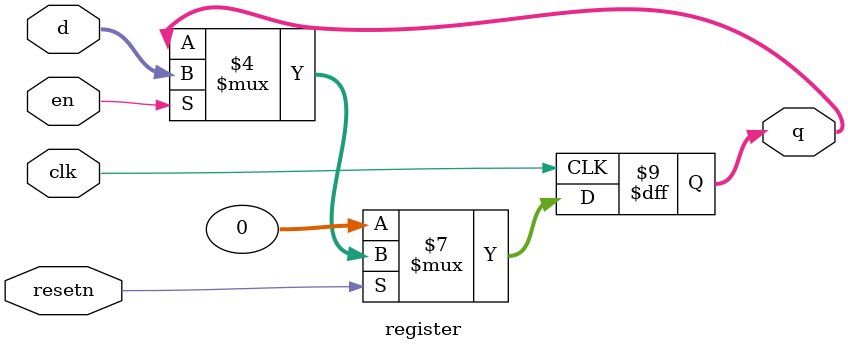
<source format=v>


/* Odin crashes when instantiating a module and not sending enough enough wires */

module bar(a,b,c,d,clk);
input a,b,c;
input clk;
output d;

wire x;

register new_reg (a,clk,b, c,x); 
endmodule



module register(d,clk,resetn,en,q);
//parameter WIDTH=32;






input clk;
input resetn;
input en;
input [31:0] d;
output [31:0] q;
reg [31:0] q;

always @(posedge clk )		
begin
	if (resetn==0)
		q<=0;
	else if (en==1)
		q<=d;
end

endmodule
</source>
